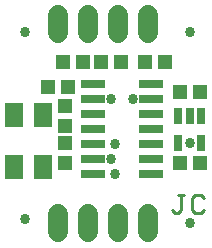
<source format=gbr>
G04 EAGLE Gerber RS-274X export*
G75*
%MOMM*%
%FSLAX34Y34*%
%LPD*%
%INSoldermask Top*%
%IPPOS*%
%AMOC8*
5,1,8,0,0,1.08239X$1,22.5*%
G01*
%ADD10C,0.254000*%
%ADD11R,1.252400X1.152400*%
%ADD12R,1.152400X1.252400*%
%ADD13R,2.133600X0.711200*%
%ADD14R,1.552400X2.052400*%
%ADD15R,0.675000X1.312500*%
%ADD16C,1.676400*%
%ADD17C,0.858000*%


D10*
X144145Y36753D02*
X146687Y34211D01*
X149229Y34211D01*
X151772Y36753D01*
X151772Y49464D01*
X154314Y49464D02*
X149229Y49464D01*
X168143Y49464D02*
X170685Y46921D01*
X168143Y49464D02*
X163059Y49464D01*
X160517Y46921D01*
X160517Y36753D01*
X163059Y34211D01*
X168143Y34211D01*
X170685Y36753D01*
D11*
X150250Y136525D03*
X167250Y136525D03*
X39125Y140891D03*
X56125Y140891D03*
D12*
X53181Y107388D03*
X53181Y124388D03*
X53181Y76431D03*
X53181Y93431D03*
X68825Y161925D03*
X51825Y161925D03*
X83575Y161925D03*
X100575Y161925D03*
X120881Y161925D03*
X137881Y161925D03*
D13*
X76962Y142875D03*
X76962Y130175D03*
X76962Y117475D03*
X76962Y104775D03*
X76962Y92075D03*
X76962Y79375D03*
X76962Y66675D03*
X126238Y66675D03*
X126238Y79375D03*
X126238Y92075D03*
X126238Y104775D03*
X126238Y117475D03*
X126238Y130175D03*
X126238Y142875D03*
D14*
X34225Y73250D03*
X34225Y117250D03*
X10225Y117250D03*
X10225Y73250D03*
D15*
X168250Y116338D03*
X158750Y116338D03*
X149250Y116338D03*
X149250Y93213D03*
X168250Y93213D03*
D11*
X150250Y76200D03*
X167250Y76200D03*
D16*
X47625Y33020D02*
X47625Y17780D01*
X73025Y17780D02*
X73025Y33020D01*
X98425Y33020D02*
X98425Y17780D01*
X123825Y17780D02*
X123825Y33020D01*
X47625Y186055D02*
X47625Y201295D01*
X73025Y201295D02*
X73025Y186055D01*
X98425Y186055D02*
X98425Y201295D01*
X123825Y201295D02*
X123825Y186055D01*
D17*
X150019Y136525D03*
X168275Y76200D03*
X39125Y140891D03*
X53181Y107388D03*
X53181Y75638D03*
X111125Y130175D03*
X19050Y28575D03*
X158750Y25400D03*
X158750Y187325D03*
X19050Y187325D03*
X159147Y93266D03*
X137881Y161925D03*
X56125Y140891D03*
X92075Y130175D03*
X92075Y79375D03*
X95250Y92075D03*
X95250Y66675D03*
M02*

</source>
